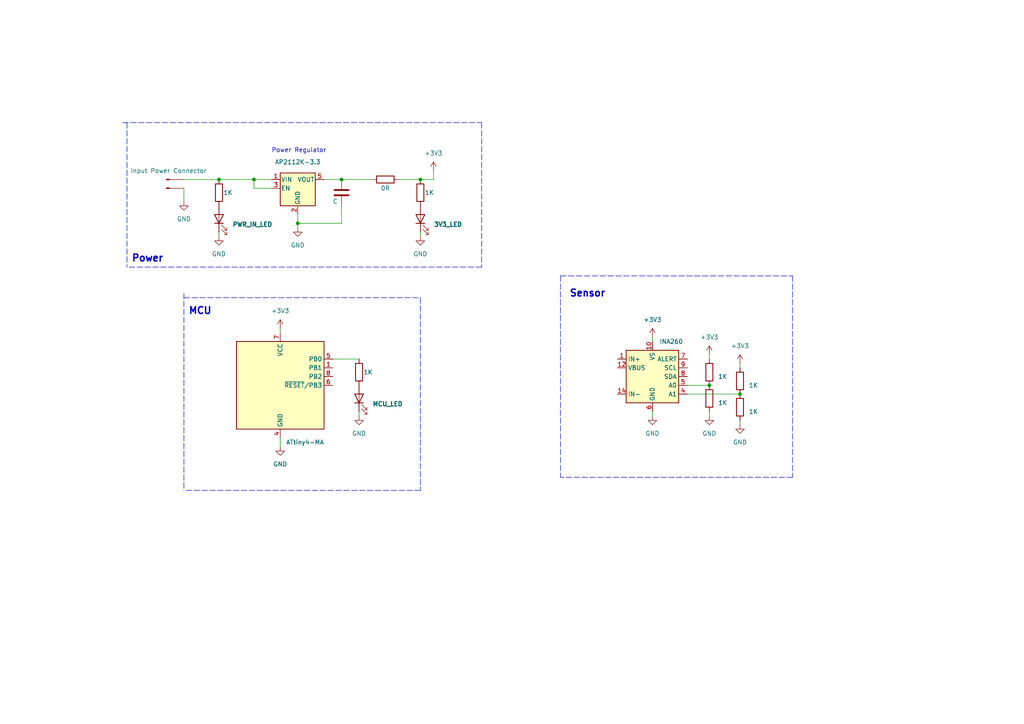
<source format=kicad_sch>
(kicad_sch (version 20211123) (generator eeschema)
  (paper "A4")
  (lib_symbols
    (symbol "Connector:Conn_01x02_Male" (pin_numbers hide) (pin_names (offset 1.016) hide)
      (property "Reference" "J" (at 0 2.54 0))
      (property "Value" "Conn_01x02_Male" (at 0 -5.08 0))
      (symbol "Conn_01x02_Male_1_1"
        (polyline (pts (xy 1.27 -2.54) (xy 0.8636 -2.54)) (stroke (width 0.1524)))
        (polyline (pts (xy 1.27 0) (xy 0.8636 0)) (stroke (width 0.1524)))
        (rectangle (start 0.8636 -2.413) (end 0 -2.667) (stroke (width 0.1524)) (fill (type outline)))
        (rectangle (start 0.8636 0.127) (end 0 -0.127) (stroke (width 0.1524)) (fill (type outline)))
        (pin passive line (at 5.08 0 180) (length 3.81) (name "Pin_1") (number "1"))
        (pin passive line (at 5.08 -2.54 180) (length 3.81) (name "Pin_2") (number "2"))
      )
    )
    (symbol "Device:C" (pin_numbers hide) (pin_names (offset 0.254))
      (property "Reference" "C" (at 0.635 2.54 0))
      (property "Value" "C" (at 0.635 -2.54 0))
      (symbol "C_0_1"
        (polyline (pts (xy -2.032 -0.762) (xy 2.032 -0.762)) (stroke (width 0.508)))
        (polyline (pts (xy -2.032 0.762) (xy 2.032 0.762)) (stroke (width 0.508)))
      )
      (symbol "C_1_1"
        (pin passive line (at 0 3.81 270) (length 2.794) (name "~") (number "1"))
        (pin passive line (at 0 -3.81 90) (length 2.794) (name "~") (number "2"))
      )
    )
    (symbol "Device:LED" (pin_numbers hide) (pin_names (offset 1.016) hide)
      (property "Reference" "D" (at 0 2.54 0))
      (property "Value" "LED" (at 0 -2.54 0))
      (symbol "LED_0_1"
        (polyline (pts (xy -1.27 -1.27) (xy -1.27 1.27)) (stroke (width 0.254)))
        (polyline (pts (xy -1.27 0) (xy 1.27 0)))
        (polyline (pts (xy 1.27 -1.27) (xy 1.27 1.27) (xy -1.27 0) (xy 1.27 -1.27)) (stroke (width 0.254)))
        (polyline (pts (xy -3.048 -0.762) (xy -4.572 -2.286) (xy -3.81 -2.286) (xy -4.572 -2.286) (xy -4.572 -1.524)))
        (polyline (pts (xy -1.778 -0.762) (xy -3.302 -2.286) (xy -2.54 -2.286) (xy -3.302 -2.286) (xy -3.302 -1.524)))
      )
      (symbol "LED_1_1"
        (pin passive line (at -3.81 0 0) (length 2.54) (name "K") (number "1"))
        (pin passive line (at 3.81 0 180) (length 2.54) (name "A") (number "2"))
      )
    )
    (symbol "Device:R" (pin_numbers hide) (pin_names (offset 0))
      (property "Reference" "R" (at 2.032 0 90))
      (property "Value" "R" (at 0 0 90))
      (symbol "R_0_1"
        (rectangle (start -1.016 -2.54) (end 1.016 2.54) (stroke (width 0.254)))
      )
      (symbol "R_1_1"
        (pin passive line (at 0 3.81 270) (length 1.27) (name "~") (number "1"))
        (pin passive line (at 0 -3.81 90) (length 1.27) (name "~") (number "2"))
      )
    )
    (symbol "MCU_Microchip_ATtiny:ATtiny4-MA"
      (property "Reference" "U" (at -12.7 13.97 0))
      (property "Value" "ATtiny4-MA" (at 2.54 -13.97 0))
      (symbol "ATtiny4-MA_0_1"
        (rectangle (start -12.7 -12.7) (end 12.7 12.7) (stroke (width 0.254)) (fill (type background)))
      )
      (symbol "ATtiny4-MA_1_1"
        (pin bidirectional line (at 15.24 5.08 180) (length 2.54) (name "PB1") (number "1"))
        (pin no_connect line (at -12.7 7.62 0) (length 2.54) hide (name "NC") (number "2"))
        (pin no_connect line (at -12.7 5.08 0) (length 2.54) hide (name "NC") (number "3"))
        (pin power_in line (at 0 -15.24 90) (length 2.54) (name "GND") (number "4"))
        (pin bidirectional line (at 15.24 7.62 180) (length 2.54) (name "PB0") (number "5"))
        (pin bidirectional line (at 15.24 0 180) (length 2.54) (name "~{RESET}/PB3") (number "6"))
        (pin power_in line (at 0 15.24 270) (length 2.54) (name "VCC") (number "7"))
        (pin bidirectional line (at 15.24 2.54 180) (length 2.54) (name "PB2") (number "8"))
      )
    )
    (symbol "Regulator_Linear:AP2112K-3.3" (pin_names (offset 0.254))
      (property "Reference" "U" (at -5.08 5.715 0))
      (property "Value" "AP2112K-3.3" (at 0 5.715 0))
      (symbol "AP2112K-3.3_0_1"
        (rectangle (start -5.08 4.445) (end 5.08 -5.08) (stroke (width 0.254)) (fill (type background)))
      )
      (symbol "AP2112K-3.3_1_1"
        (pin power_in line (at -7.62 2.54 0) (length 2.54) (name "VIN") (number "1"))
        (pin power_in line (at 0 -7.62 90) (length 2.54) (name "GND") (number "2"))
        (pin input line (at -7.62 0 0) (length 2.54) (name "EN") (number "3"))
        (pin no_connect line (at 5.08 0 180) (length 2.54) hide (name "NC") (number "4"))
        (pin power_out line (at 7.62 2.54 180) (length 2.54) (name "VOUT") (number "5"))
      )
    )
    (symbol "Sensor:INA260"
      (property "Reference" "U" (at -6.35 8.89 0))
      (property "Value" "INA260" (at 2.54 8.89 0))
      (symbol "INA260_0_1"
        (rectangle (start -7.62 7.62) (end 7.62 -7.62) (stroke (width 0.254)) (fill (type background)))
      )
      (symbol "INA260_1_1"
        (pin passive line (at -10.16 5.08 0) (length 2.54) (name "IN+") (number "1"))
        (pin power_in line (at 0 10.16 270) (length 2.54) (name "VS") (number "10"))
        (pin passive line (at 0 -10.16 90) (length 2.54) hide (name "GND") (number "11"))
        (pin passive line (at -10.16 2.54 0) (length 2.54) (name "VBUS") (number "12"))
        (pin no_connect line (at 2.54 -7.62 90) (length 2.54) hide (name "NC") (number "13"))
        (pin passive line (at -10.16 -5.08 0) (length 2.54) (name "IN-") (number "14"))
        (pin passive line (at -10.16 -5.08 0) (length 2.54) hide (name "IN-") (number "15"))
        (pin passive line (at -10.16 -5.08 0) (length 2.54) hide (name "IN-") (number "16"))
        (pin passive line (at -10.16 5.08 0) (length 2.54) hide (name "IN+") (number "2"))
        (pin passive line (at -10.16 5.08 0) (length 2.54) hide (name "IN+") (number "3"))
        (pin input line (at 10.16 -5.08 180) (length 2.54) (name "A1") (number "4"))
        (pin input line (at 10.16 -2.54 180) (length 2.54) (name "A0") (number "5"))
        (pin power_in line (at 0 -10.16 90) (length 2.54) (name "GND") (number "6"))
        (pin open_collector line (at 10.16 5.08 180) (length 2.54) (name "ALERT") (number "7"))
        (pin bidirectional line (at 10.16 0 180) (length 2.54) (name "SDA") (number "8"))
        (pin input line (at 10.16 2.54 180) (length 2.54) (name "SCL") (number "9"))
      )
    )
    (symbol "power:+3V3" (power) (pin_names (offset 0))
      (property "Value" "+3V3" (at 0 3.556 0))
      (symbol "+3V3_0_1"
        (polyline (pts (xy -0.762 1.27) (xy 0 2.54)))
        (polyline (pts (xy 0 0) (xy 0 2.54)))
        (polyline (pts (xy 0 2.54) (xy 0.762 1.27)))
      )
      (symbol "+3V3_1_1"
        (pin power_in line (at 0 0 90) (length 0) hide (name "+3V3") (number "1"))
      )
    )
    (symbol "power:GND" (power) (pin_names (offset 0))
      (property "Value" "GND" (at 0 -3.81 0))
      (symbol "GND_0_1"
        (polyline (pts (xy 0 0) (xy 0 -1.27) (xy 1.27 -1.27) (xy 0 -2.54) (xy -1.27 -1.27) (xy 0 -1.27)))
      )
      (symbol "GND_1_1"
        (pin power_in line (at 0 0 270) (length 0) hide (name "GND") (number "1"))
      )
    )
  )
  (junction (at 63.5 52.07))
  (junction (at 99.06 52.07))
  (junction (at 205.74 111.76))
  (junction (at 73.66 52.07))
  (junction (at 214.63 114.3))
  (junction (at 121.92 52.07))
  (junction (at 86.36 64.77))
  (polyline (pts (xy 53.34 85.09) (xy 53.34 142.24)))
  (wire (pts (xy 99.06 59.69) (xy 99.06 64.77)))
  (wire (pts (xy 121.92 67.31) (xy 121.92 68.58)))
  (wire (pts (xy 214.63 121.92) (xy 214.63 123.19)))
  (wire (pts (xy 121.92 52.07) (xy 125.73 52.07)))
  (wire (pts (xy 53.34 52.07) (xy 63.5 52.07)))
  (polyline (pts (xy 121.92 86.36) (xy 121.92 142.24)))
  (wire (pts (xy 63.5 52.07) (xy 73.66 52.07)))
  (wire (pts (xy 81.28 95.25) (xy 81.28 96.52)))
  (polyline (pts (xy 162.56 80.01) (xy 162.56 138.43)))
  (polyline (pts (xy 162.56 80.01) (xy 229.87 80.01)))
  (wire (pts (xy 73.66 52.07) (xy 78.74 52.07)))
  (wire (pts (xy 78.74 54.61) (xy 73.66 54.61)))
  (wire (pts (xy 214.63 105.41) (xy 214.63 106.68)))
  (wire (pts (xy 99.06 52.07) (xy 107.95 52.07)))
  (polyline (pts (xy 139.7 77.47) (xy 36.83 77.47)))
  (polyline (pts (xy 139.7 35.56) (xy 139.7 77.47)))
  (polyline (pts (xy 229.87 80.01) (xy 229.87 138.43)))
  (polyline (pts (xy 229.87 138.43) (xy 162.56 138.43)))
  (wire (pts (xy 86.36 64.77) (xy 99.06 64.77)))
  (wire (pts (xy 86.36 62.23) (xy 86.36 64.77)))
  (wire (pts (xy 125.73 49.53) (xy 125.73 52.07)))
  (wire (pts (xy 63.5 67.31) (xy 63.5 68.58)))
  (wire (pts (xy 96.52 104.14) (xy 104.14 104.14)))
  (wire (pts (xy 205.74 102.87) (xy 205.74 104.14)))
  (polyline (pts (xy 121.92 142.24) (xy 53.34 142.24)))
  (wire (pts (xy 189.23 119.38) (xy 189.23 120.65)))
  (wire (pts (xy 104.14 119.38) (xy 104.14 120.65)))
  (wire (pts (xy 86.36 64.77) (xy 86.36 66.04)))
  (wire (pts (xy 81.28 127) (xy 81.28 129.54)))
  (wire (pts (xy 205.74 119.38) (xy 205.74 120.65)))
  (wire (pts (xy 199.39 111.76) (xy 205.74 111.76)))
  (wire (pts (xy 73.66 54.61) (xy 73.66 52.07)))
  (polyline (pts (xy 35.56 35.56) (xy 139.7 35.56)))
  (wire (pts (xy 199.39 114.3) (xy 214.63 114.3)))
  (wire (pts (xy 53.34 54.61) (xy 53.34 58.42)))
  (polyline (pts (xy 53.34 86.36) (xy 121.92 86.36)))
  (wire (pts (xy 189.23 97.79) (xy 189.23 99.06)))
  (polyline (pts (xy 36.83 35.56) (xy 36.83 77.47)))
  (wire (pts (xy 93.98 52.07) (xy 99.06 52.07)))
  (wire (pts (xy 115.57 52.07) (xy 121.92 52.07)))
  (text "Power" (at 38.1 76.2 0) (effects (font (size 2 2) (thickness 0.4) bold) (justify left bottom)))
  (text "Power Regulator" (at 78.74 44.45 0) (effects (font (size 1.27 1.27)) (justify left bottom)))
  (text "Sensor" (at 165.1 86.36 0) (effects (font (size 2 2) (thickness 0.4) bold) (justify left bottom)))
  (text "MCU" (at 54.61 91.44 0) (effects (font (size 2 2) (thickness 0.4) bold) (justify left bottom)))
  (symbol (lib_id "Device:LED") (at 121.92 63.5 90) (unit 1)
    (property "Reference" "D?" (effects hide))
    (property "Value" "3V3_LED" (at 125.73 65.0874 90) (effects (font bold) (justify right)))
  )
  (symbol (lib_id "power:GND") (at 81.28 129.54 0) (unit 1)
    (property "Reference" "#PWR?" (effects hide))
    (property "Value" "GND" (at 81.28 134.62 0))
  )
  (symbol (lib_id "Device:LED") (at 104.14 115.57 90) (unit 1)
    (property "Reference" "D?" (effects hide))
    (property "Value" "MCU_LED" (at 107.95 117.1574 90) (effects (font bold) (justify right)))
  )
  (symbol (lib_id "Device:R") (at 121.92 55.88 0) (unit 1)
    (property "Reference" "R?" (effects hide))
    (property "Value" "1K" (at 123.19 55.88 0) (effects (justify left)))
  )
  (symbol (lib_id "Connector:Conn_01x02_Male") (at 48.26 52.07 0) (unit 1)
    (property "Reference" "J1" (effects hide))
    (property "Value" "Input Power Connector" (at 48.895 49.53 0))
    (property "Footprint" "Connector_PinHeader_2.54mm:PinHeader_1x02_P2.54mm_Vertical_SMD_Pin1Left" (effects hide))
  )
  (symbol (lib_id "power:GND") (at 104.14 120.65 0) (unit 1)
    (property "Reference" "#PWR?" (effects hide))
    (property "Value" "GND" (at 104.14 125.73 0))
  )
  (symbol (lib_id "Sensor:INA260") (at 189.23 109.22 0) (unit 1)
    (property "Reference" "U?" (effects hide))
    (property "Value" "INA260" (at 191.2494 99.06 0) (effects (justify left)))
    (property "Footprint" "Package_SO:TSSOP-16_4.4x5mm_P0.65mm" (effects hide))
    (property "Datasheet" "http://www.ti.com/lit/ds/symlink/ina260.pdf" (effects hide))
  )
  (symbol (lib_id "power:GND") (at 189.23 120.65 0) (unit 1)
    (property "Reference" "#PWR?" (effects hide))
    (property "Value" "GND" (at 189.23 125.73 0))
  )
  (symbol (lib_id "Regulator_Linear:AP2112K-3.3") (at 86.36 54.61 0) (unit 1)
    (property "Reference" "U1" (effects hide))
    (property "Value" "AP2112K-3.3" (at 86.36 46.99 0))
    (property "Footprint" "Package_TO_SOT_SMD:SOT-23-5" (effects hide))
    (property "Datasheet" "https://www.diodes.com/assets/Datasheets/AP2112.pdf" (effects hide))
  )
  (symbol (lib_id "power:+3V3") (at 189.23 97.79 0) (unit 1)
    (property "Reference" "#PWR?" (effects hide))
    (property "Value" "+3V3" (at 189.23 92.71 0))
  )
  (symbol (lib_id "power:+3V3") (at 81.28 95.25 0) (unit 1)
    (property "Reference" "#PWR?" (effects hide))
    (property "Value" "+3V3" (at 81.28 90.17 0))
  )
  (symbol (lib_id "power:+3V3") (at 125.73 49.53 0) (unit 1)
    (property "Reference" "#PWR0102" (effects hide))
    (property "Value" "+3V3" (at 125.73 44.45 0))
  )
  (symbol (lib_id "Device:R") (at 63.5 55.88 0) (unit 1)
    (property "Reference" "R?" (effects hide))
    (property "Value" "1K" (at 64.77 55.88 0) (effects (justify left)))
  )
  (symbol (lib_id "power:+3V3") (at 205.74 102.87 0) (unit 1)
    (property "Reference" "#PWR?" (effects hide))
    (property "Value" "+3V3" (at 205.74 97.79 0))
  )
  (symbol (lib_id "power:GND") (at 63.5 68.58 0) (unit 1)
    (property "Reference" "#PWR?" (effects hide))
    (property "Value" "GND" (at 63.5 73.66 0))
  )
  (symbol (lib_id "Device:R") (at 214.63 110.49 0) (unit 1)
    (property "Reference" "R?" (effects hide))
    (property "Value" "1K" (at 217.17 111.7599 0) (effects (justify left)))
  )
  (symbol (lib_id "Device:R") (at 214.63 118.11 0) (unit 1)
    (property "Reference" "R?" (effects hide))
    (property "Value" "1K" (at 217.17 119.3799 0) (effects (justify left)))
  )
  (symbol (lib_id "Device:R") (at 205.74 115.57 0) (unit 1)
    (property "Reference" "R?" (effects hide))
    (property "Value" "1K" (at 208.28 116.8399 0) (effects (justify left)))
  )
  (symbol (lib_id "Device:R") (at 205.74 107.95 0) (unit 1)
    (property "Reference" "R?" (effects hide))
    (property "Value" "1K" (at 208.28 109.2199 0) (effects (justify left)))
  )
  (symbol (lib_id "Device:R") (at 111.76 52.07 90) (unit 1)
    (property "Reference" "R1" (effects hide))
    (property "Value" "0R" (at 111.76 54.61 90))
    (property "Footprint" "Resistor_SMD:R_0805_2012Metric_Pad1.20x1.40mm_HandSolder" (effects hide))
  )
  (symbol (lib_id "Device:R") (at 104.14 107.95 0) (unit 1)
    (property "Reference" "R?" (effects hide))
    (property "Value" "1K" (at 105.41 107.95 0) (effects (justify left)))
  )
  (symbol (lib_id "power:GND") (at 214.63 123.19 0) (unit 1)
    (property "Reference" "#PWR?" (effects hide))
    (property "Value" "GND" (at 214.63 128.27 0))
  )
  (symbol (lib_id "power:+3V3") (at 214.63 105.41 0) (unit 1)
    (property "Reference" "#PWR?" (effects hide))
    (property "Value" "+3V3" (at 214.63 100.33 0))
  )
  (symbol (lib_id "power:GND") (at 205.74 120.65 0) (unit 1)
    (property "Reference" "#PWR?" (effects hide))
    (property "Value" "GND" (at 205.74 125.73 0))
  )
  (symbol (lib_id "Device:LED") (at 63.5 63.5 90) (unit 1)
    (property "Reference" "D?" (effects hide))
    (property "Value" "PWR_IN_LED" (at 67.31 65.0874 90) (effects (font bold) (justify right)))
  )
  (symbol (lib_id "MCU_Microchip_ATtiny:ATtiny4-MA") (at 81.28 111.76 0) (unit 1)
    (property "Reference" "U?" (effects hide))
    (property "Value" "ATtiny4-MA" (at 93.98 128.27 0) (effects (justify right)))
    (property "Footprint" "Package_DFN_QFN:DFN-8-1EP_2x2mm_P0.5mm_EP0.9x1.5mm" (effects hide))
    (property "Datasheet" "http://ww1.microchip.com/downloads/en/DeviceDoc/Atmel-8127-AVR-8-bit-Microcontroller-ATtiny4-ATtiny5-ATtiny9-ATtiny10_Datasheet.pdf" (effects hide))
  )
  (symbol (lib_id "power:GND") (at 121.92 68.58 0) (unit 1)
    (property "Reference" "#PWR?" (effects hide))
    (property "Value" "GND" (at 121.92 73.66 0))
  )
  (symbol (lib_id "power:GND") (at 53.34 58.42 0) (mirror y) (unit 1)
    (property "Reference" "#PWR0101" (effects hide))
    (property "Value" "GND" (at 53.34 63.5 0))
  )
  (symbol (lib_id "power:GND") (at 86.36 66.04 0) (mirror y) (unit 1)
    (property "Reference" "#PWR0103" (effects hide))
    (property "Value" "GND" (at 86.36 71.12 0))
  )
  (symbol (lib_id "Device:C") (at 99.06 55.88 0) (unit 1)
    (property "Reference" "C1" (effects hide))
    (property "Value" "C" (at 96.52 58.42 0) (effects (justify left)))
    (property "Footprint" "Capacitor_SMD:C_0805_2012Metric_Pad1.18x1.45mm_HandSolder" (effects hide))
  )
)
</source>
